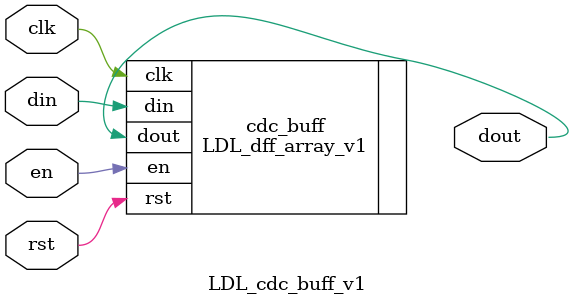
<source format=sv>

module  LDL_cdc_buff_v1
#(parameter
    WIDTH = 1
   ,LEVEL = 2  // min. is 2
)(
     input                  clk
   , input                  rst
   , input                  en
   , input [WIDTH -1 : 0]   din
   ,output [WIDTH -1 : 0]   dout
);

LDL_dff_array_v1 #(
        .WIDTH                  ( WIDTH                  ),
        .LEVEL                  ( LEVEL                  ) 
    )
cdc_buff (
        .clk                    ( clk                    ), //I 
        .rst                    ( rst                    ), //I 
        .en                     ( en                     ), //I 
        .din                    ( din                    ), //I [WIDTH-1:0]
        .dout                   ( dout                   )  //O [WIDTH-1:0]
    );

endmodule // LDL.


</source>
